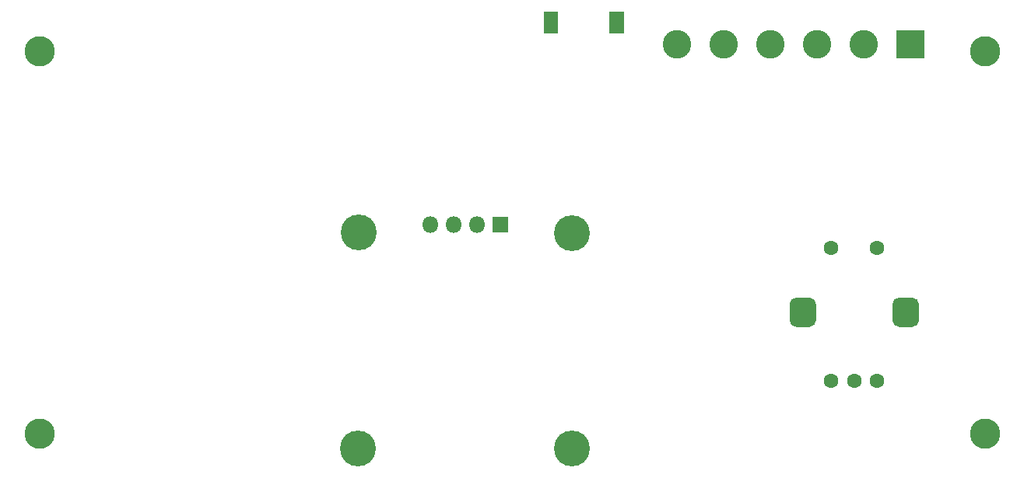
<source format=gbr>
%TF.GenerationSoftware,KiCad,Pcbnew,(5.1.6)-1*%
%TF.CreationDate,2021-08-19T23:31:01-04:00*%
%TF.ProjectId,Temp_Control_Board,54656d70-5f43-46f6-9e74-726f6c5f426f,rev?*%
%TF.SameCoordinates,Original*%
%TF.FileFunction,Soldermask,Bot*%
%TF.FilePolarity,Negative*%
%FSLAX46Y46*%
G04 Gerber Fmt 4.6, Leading zero omitted, Abs format (unit mm)*
G04 Created by KiCad (PCBNEW (5.1.6)-1) date 2021-08-19 23:31:01*
%MOMM*%
%LPD*%
G01*
G04 APERTURE LIST*
%ADD10C,0.010000*%
%ADD11O,1.800000X1.800000*%
%ADD12R,1.800000X1.800000*%
%ADD13C,3.910000*%
%ADD14C,3.300000*%
%ADD15C,0.550000*%
%ADD16C,1.600000*%
%ADD17C,3.100000*%
%ADD18R,3.100000X3.100000*%
G04 APERTURE END LIST*
D10*
%TO.C,J3*%
G36*
X136386860Y-106687000D02*
G01*
X134929000Y-106687000D01*
X134929000Y-104384900D01*
X136386860Y-104384900D01*
X136386860Y-106687000D01*
G37*
X136386860Y-106687000D02*
X134929000Y-106687000D01*
X134929000Y-104384900D01*
X136386860Y-104384900D01*
X136386860Y-106687000D01*
G36*
X129226170Y-106687000D02*
G01*
X127779000Y-106687000D01*
X127779000Y-104385860D01*
X129226170Y-104385860D01*
X129226170Y-106687000D01*
G37*
X129226170Y-106687000D02*
X127779000Y-106687000D01*
X127779000Y-104385860D01*
X129226170Y-104385860D01*
X129226170Y-106687000D01*
%TD*%
D11*
%TO.C,J2*%
X115404900Y-127635000D03*
X117944900Y-127635000D03*
X120484900Y-127635000D03*
D12*
X123024900Y-127635000D03*
D13*
X130810000Y-128524000D03*
X130810000Y-152019000D03*
X107569000Y-151968200D03*
X107604560Y-128475740D03*
%TD*%
D14*
%TO.C,REF\u002A\u002A*%
X175768000Y-150368000D03*
%TD*%
%TO.C,REF\u002A\u002A*%
X175768000Y-108712000D03*
%TD*%
%TO.C,REF\u002A\u002A*%
X72898000Y-108712000D03*
%TD*%
%TO.C,REF\u002A\u002A*%
X72898000Y-150368000D03*
%TD*%
D15*
%TO.C,J3*%
X128505000Y-105537000D03*
X135655000Y-105537000D03*
%TD*%
D16*
%TO.C,U3*%
X164044000Y-144660000D03*
X161544000Y-144660000D03*
X159044000Y-144660000D03*
X159044000Y-130160000D03*
X164044000Y-130160000D03*
G36*
G01*
X154494000Y-138035000D02*
X154494000Y-136285000D01*
G75*
G02*
X155219000Y-135560000I725000J0D01*
G01*
X156669000Y-135560000D01*
G75*
G02*
X157394000Y-136285000I0J-725000D01*
G01*
X157394000Y-138035000D01*
G75*
G02*
X156669000Y-138760000I-725000J0D01*
G01*
X155219000Y-138760000D01*
G75*
G02*
X154494000Y-138035000I0J725000D01*
G01*
G37*
G36*
G01*
X165694000Y-138035000D02*
X165694000Y-136285000D01*
G75*
G02*
X166419000Y-135560000I725000J0D01*
G01*
X167869000Y-135560000D01*
G75*
G02*
X168594000Y-136285000I0J-725000D01*
G01*
X168594000Y-138035000D01*
G75*
G02*
X167869000Y-138760000I-725000J0D01*
G01*
X166419000Y-138760000D01*
G75*
G02*
X165694000Y-138035000I0J725000D01*
G01*
G37*
%TD*%
D17*
%TO.C,J1*%
X142240000Y-107950000D03*
X147320000Y-107950000D03*
X152400000Y-107950000D03*
D18*
X167640000Y-107950000D03*
D17*
X157480000Y-107950000D03*
X162560000Y-107950000D03*
%TD*%
M02*

</source>
